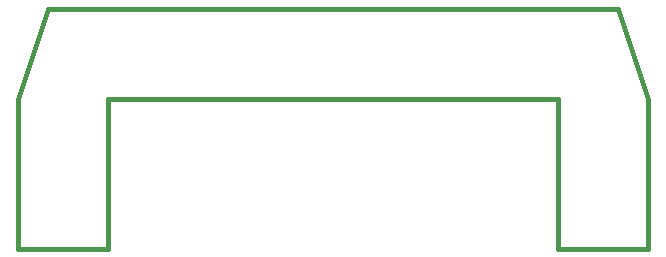
<source format=gko>
%FSLAX33Y33*%
%MOMM*%
%ADD10C,0.381*%
D10*
%LNpath-0*%
G01*
X0Y0D02*
X0Y12700D01*
X2540Y20320*
X50800Y20320*
X53340Y12700*
X53340Y0*
X45720Y0*
X45720Y12700*
X7620Y12700*
X7620Y0*
X0Y0*
%LNmechanical details_traces*%
M02*
</source>
